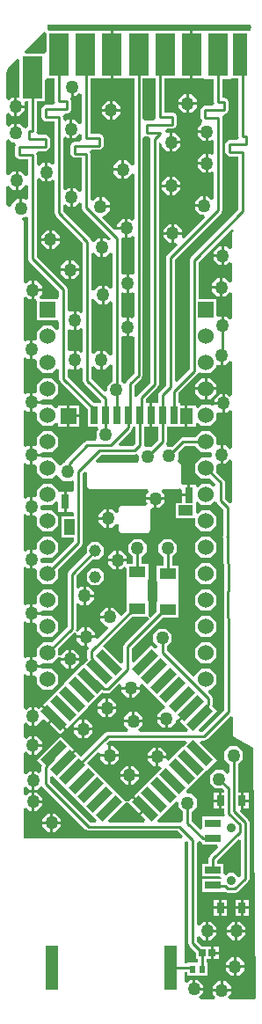
<source format=gtl>
G04*
G04 #@! TF.GenerationSoftware,Altium Limited,Altium Designer,25.2.1 (25)*
G04*
G04 Layer_Physical_Order=1*
G04 Layer_Color=255*
%FSLAX24Y24*%
%MOIN*%
G70*
G04*
G04 #@! TF.SameCoordinates,7B2066EB-CBC2-4D7E-9A59-9876444C2551*
G04*
G04*
G04 #@! TF.FilePolarity,Positive*
G04*
G01*
G75*
%ADD14C,0.0100*%
%ADD16R,0.0591X0.0276*%
%ADD17R,0.0315X0.0394*%
%ADD18R,0.0282X0.0265*%
%ADD19R,0.0201X0.0287*%
%ADD20R,0.0630X0.0400*%
%ADD21R,0.0276X0.0689*%
%ADD22R,0.0394X0.0610*%
%ADD23R,0.0571X0.0394*%
%ADD24R,0.0591X0.0591*%
%ADD25R,0.0512X0.0591*%
%ADD26R,0.0315X0.0551*%
%ADD27R,0.0315X0.0591*%
%ADD28R,0.0575X0.1614*%
%ADD29R,0.0764X0.1614*%
%ADD30R,0.0453X0.1654*%
G04:AMPARAMS|DCode=31|XSize=37mil|YSize=107mil|CornerRadius=0mil|HoleSize=0mil|Usage=FLASHONLY|Rotation=45.000|XOffset=0mil|YOffset=0mil|HoleType=Round|Shape=Rectangle|*
%AMROTATEDRECTD31*
4,1,4,0.0247,-0.0509,-0.0509,0.0247,-0.0247,0.0509,0.0509,-0.0247,0.0247,-0.0509,0.0*
%
%ADD31ROTATEDRECTD31*%

G04:AMPARAMS|DCode=32|XSize=37mil|YSize=107mil|CornerRadius=0mil|HoleSize=0mil|Usage=FLASHONLY|Rotation=135.000|XOffset=0mil|YOffset=0mil|HoleType=Round|Shape=Rectangle|*
%AMROTATEDRECTD32*
4,1,4,0.0509,0.0247,-0.0247,-0.0509,-0.0509,-0.0247,0.0247,0.0509,0.0509,0.0247,0.0*
%
%ADD32ROTATEDRECTD32*%

%ADD44C,0.0354*%
%ADD49C,0.0453*%
%ADD50C,0.0602*%
%ADD51R,0.0602X0.0602*%
%ADD52C,0.0500*%
G36*
X8726Y37187D02*
X8676Y37137D01*
Y37057D01*
X7917D01*
Y37047D01*
X7033D01*
X6937Y37057D01*
X6883Y37057D01*
X6505D01*
Y36150D01*
Y35243D01*
X6883D01*
X6979Y35233D01*
X7033Y35233D01*
X7299D01*
Y34900D01*
Y34350D01*
X7314Y34312D01*
X7247Y34212D01*
X6961D01*
X6846Y34165D01*
X6799Y34050D01*
Y33750D01*
X6846Y33635D01*
X6833Y33533D01*
X6677Y33377D01*
Y33282D01*
X7027D01*
Y33232D01*
X7077D01*
Y32882D01*
X7172D01*
X7206Y32916D01*
X7299Y32878D01*
Y32386D01*
X7206Y32347D01*
X7172Y32382D01*
X7077D01*
Y32032D01*
Y31682D01*
X7172D01*
X7206Y31716D01*
X7299Y31678D01*
Y30696D01*
X7199Y30655D01*
X7072Y30782D01*
X6977D01*
Y30432D01*
X6927D01*
Y30382D01*
X6577D01*
Y30287D01*
X6782Y30082D01*
X6921D01*
X6960Y29989D01*
X6156Y29185D01*
X6077Y29248D01*
Y29332D01*
X5777D01*
Y29032D01*
X5861D01*
X5923Y28953D01*
X5535Y28565D01*
X5488Y28450D01*
Y23617D01*
X5234Y23363D01*
X5186Y23248D01*
Y22944D01*
X4965D01*
Y22500D01*
Y22056D01*
X5186D01*
Y21546D01*
X4920Y21281D01*
X4728D01*
X4649Y21338D01*
X4645Y21376D01*
Y22056D01*
X4865D01*
Y22500D01*
Y22944D01*
X4712D01*
Y23083D01*
X5165Y23535D01*
X5212Y23650D01*
Y32795D01*
X5227Y32805D01*
X5327Y32751D01*
Y32687D01*
X5532Y32482D01*
X5627D01*
Y32832D01*
Y33182D01*
X5532D01*
X5451Y33242D01*
X5451Y33243D01*
X5517Y33338D01*
X5725D01*
X5840Y33385D01*
X5887Y33500D01*
Y33800D01*
X5840Y33915D01*
X5725Y33962D01*
X5412D01*
Y34400D01*
Y35243D01*
X5873D01*
X5931Y35243D01*
X6031Y35243D01*
X6405D01*
Y36150D01*
Y37057D01*
X6031D01*
X5973Y37057D01*
X5873Y37057D01*
X4967D01*
Y37057D01*
X4925D01*
Y37057D01*
X4019D01*
X3961Y37057D01*
X3861Y37057D01*
X3487D01*
Y36150D01*
Y35243D01*
X3861D01*
X3919Y35243D01*
X4019Y35243D01*
X4281D01*
Y31992D01*
X4181Y31964D01*
X3995Y32150D01*
X3900D01*
Y31800D01*
Y31450D01*
X3995D01*
X4181Y31636D01*
X4281Y31608D01*
Y29904D01*
X4188Y29865D01*
X4122Y29932D01*
X4027D01*
Y29582D01*
Y29232D01*
X4122D01*
X4188Y29298D01*
X4281Y29260D01*
Y27854D01*
X4188Y27815D01*
X4172Y27832D01*
X4077D01*
Y27482D01*
Y27132D01*
X4172D01*
X4188Y27148D01*
X4281Y27110D01*
Y26204D01*
X4188Y26165D01*
X4172Y26182D01*
X4077D01*
Y25832D01*
Y25482D01*
X4172D01*
X4188Y25498D01*
X4281Y25460D01*
Y24060D01*
X4022Y23802D01*
X3982Y23705D01*
X3917Y23677D01*
X3875Y23670D01*
X3778Y23766D01*
Y25454D01*
X3871Y25493D01*
X3882Y25482D01*
X3977D01*
Y25832D01*
Y26182D01*
X3882D01*
X3871Y26171D01*
X3778Y26209D01*
Y27104D01*
X3871Y27143D01*
X3882Y27132D01*
X3977D01*
Y27482D01*
Y27832D01*
X3882D01*
X3871Y27821D01*
X3778Y27859D01*
Y29154D01*
X3811Y29202D01*
X3867Y29232D01*
X3927D01*
Y29532D01*
X3597D01*
X3527Y29503D01*
X3072Y29958D01*
X3110Y30050D01*
X3145D01*
X3350Y30255D01*
Y30350D01*
X3000D01*
Y30400D01*
X2950D01*
Y30750D01*
X2855D01*
X2712Y30607D01*
X2612Y30649D01*
Y31400D01*
Y32400D01*
X2597Y32438D01*
X2664Y32538D01*
X2950D01*
X3065Y32585D01*
X3112Y32700D01*
Y33000D01*
X3065Y33115D01*
X2950Y33162D01*
X2612D01*
Y35243D01*
X2855D01*
X2913Y35243D01*
X3013Y35243D01*
X3387D01*
Y36150D01*
Y37057D01*
X3013D01*
X2955Y37057D01*
X2855Y37057D01*
X1949D01*
Y37057D01*
X1907D01*
Y37057D01*
X1038D01*
X976Y37137D01*
X976Y37143D01*
Y37287D01*
X8685D01*
X8726Y37187D01*
D02*
G37*
G36*
X943Y36962D02*
Y36273D01*
X901Y36191D01*
X161D01*
X123Y36283D01*
X843Y37004D01*
X943Y36962D01*
D02*
G37*
G36*
X5088Y34400D02*
Y33800D01*
X5103Y33762D01*
X5036Y33662D01*
X4750D01*
X4705Y33644D01*
X4605Y33711D01*
Y35243D01*
X4925D01*
Y35243D01*
X4967D01*
Y35243D01*
X5088D01*
Y34400D01*
D02*
G37*
G36*
X-63Y35967D02*
Y34538D01*
X-78Y34532D01*
X-173D01*
Y34232D01*
X127D01*
Y34327D01*
X148Y34377D01*
X257D01*
Y33950D01*
Y33426D01*
X170Y33366D01*
X75Y33379D01*
X-78Y33532D01*
X-173D01*
Y33182D01*
X-273D01*
Y33532D01*
X-368D01*
X-474Y33426D01*
X-574Y33468D01*
Y33896D01*
X-474Y33937D01*
X-368Y33832D01*
X-273D01*
Y34182D01*
Y34532D01*
X-368D01*
X-474Y34426D01*
X-574Y34468D01*
Y35437D01*
X-474Y35687D01*
X-155Y36005D01*
X-63Y35967D01*
D02*
G37*
G36*
X1977Y34582D02*
X2072D01*
X2188Y34697D01*
X2288Y34656D01*
Y33557D01*
X2188Y33516D01*
X2022Y33682D01*
X1927D01*
Y33332D01*
Y32982D01*
X2022D01*
X2188Y33147D01*
X2288Y33106D01*
Y33000D01*
X2303Y32962D01*
X2236Y32862D01*
X2020D01*
X1906Y32815D01*
X1858Y32700D01*
Y32400D01*
X1906Y32285D01*
X2020Y32238D01*
X2288D01*
Y31400D01*
Y30999D01*
X2188Y30957D01*
X2045Y31100D01*
X1950D01*
Y30750D01*
Y30400D01*
X2045D01*
X2188Y30543D01*
X2288Y30501D01*
Y30350D01*
X2335Y30235D01*
X3401Y29169D01*
X3396Y29141D01*
X3287Y29108D01*
X3195Y29200D01*
X3100D01*
Y28850D01*
Y28500D01*
X3195D01*
X3354Y28659D01*
X3454Y28617D01*
Y27333D01*
X3354Y27291D01*
X3245Y27400D01*
X3150D01*
Y27050D01*
Y26700D01*
X3245D01*
X3354Y26809D01*
X3454Y26767D01*
Y24783D01*
X3354Y24750D01*
X3172Y24932D01*
X3077D01*
Y24582D01*
Y24232D01*
X3172D01*
X3354Y24414D01*
X3454Y24381D01*
Y23799D01*
X3250Y23595D01*
Y23421D01*
X3150Y23380D01*
X2662Y23867D01*
Y24310D01*
X2762Y24351D01*
X2882Y24232D01*
X2977D01*
Y24582D01*
Y24932D01*
X2882D01*
X2762Y24812D01*
X2662Y24853D01*
Y26875D01*
X2762Y26893D01*
X2955Y26700D01*
X3050D01*
Y27050D01*
Y27400D01*
X2955D01*
X2762Y27207D01*
X2662Y27225D01*
Y28601D01*
X2762Y28643D01*
X2905Y28500D01*
X3000D01*
Y28850D01*
Y29200D01*
X2905D01*
X2762Y29057D01*
X2732Y29058D01*
X2651Y29087D01*
X2615Y29174D01*
X1587Y30201D01*
Y30437D01*
X1680Y30475D01*
X1755Y30400D01*
X1850D01*
Y30750D01*
Y31100D01*
X1755D01*
X1680Y31025D01*
X1587Y31063D01*
Y32996D01*
X1680Y33034D01*
X1732Y32982D01*
X1827D01*
Y33332D01*
Y33682D01*
X1732D01*
X1680Y33629D01*
X1587Y33668D01*
Y33775D01*
X1572Y33813D01*
X1639Y33913D01*
X1736D01*
X1851Y33960D01*
X1898Y34075D01*
Y34375D01*
X1854Y34482D01*
X1877Y34546D01*
Y34932D01*
X1977D01*
Y34582D01*
D02*
G37*
G36*
X1263Y35050D02*
Y34375D01*
X1278Y34337D01*
X1211Y34237D01*
X925D01*
X810Y34190D01*
X763Y34075D01*
Y33775D01*
X810Y33660D01*
X925Y33613D01*
X1263D01*
Y32013D01*
X1170Y31975D01*
X1095Y32050D01*
X1000D01*
Y31700D01*
Y31350D01*
X1095D01*
X1170Y31425D01*
X1263Y31387D01*
Y30134D01*
X1310Y30019D01*
X2338Y28992D01*
Y26397D01*
X2245Y26358D01*
X2172Y26432D01*
X2077D01*
Y26082D01*
Y25732D01*
X2172D01*
X2245Y25805D01*
X2338Y25767D01*
Y24897D01*
X2245Y24858D01*
X2172Y24932D01*
X2077D01*
Y24582D01*
Y24232D01*
X2172D01*
X2245Y24305D01*
X2338Y24267D01*
Y23800D01*
X2385Y23685D01*
X3021Y23050D01*
Y22944D01*
X2742D01*
X1762Y23924D01*
Y24221D01*
X1855Y24259D01*
X1882Y24232D01*
X1977D01*
Y24582D01*
Y24932D01*
X1882D01*
X1855Y24904D01*
X1762Y24943D01*
Y25721D01*
X1855Y25759D01*
X1882Y25732D01*
X1977D01*
Y26082D01*
Y26432D01*
X1882D01*
X1855Y26404D01*
X1762Y26443D01*
Y27250D01*
X1715Y27365D01*
X581Y28498D01*
Y31432D01*
X681Y31474D01*
X805Y31350D01*
X900D01*
Y31700D01*
Y32050D01*
X805D01*
X681Y31926D01*
X581Y31968D01*
Y32350D01*
X566Y32388D01*
X633Y32488D01*
X919D01*
X1034Y32535D01*
X1081Y32650D01*
Y32950D01*
X1034Y33065D01*
X919Y33112D01*
X633D01*
X566Y33212D01*
X581Y33250D01*
Y33950D01*
Y34377D01*
X901D01*
Y35160D01*
X943Y35243D01*
X1263D01*
Y35050D01*
D02*
G37*
G36*
X-368Y32832D02*
X-260D01*
X-210Y32732D01*
X-243Y32650D01*
Y32350D01*
X-196Y32235D01*
X-81Y32188D01*
X257D01*
Y31576D01*
X157Y31547D01*
X-28Y31732D01*
X-123D01*
Y31382D01*
Y31032D01*
X-28D01*
X157Y31216D01*
X257Y31188D01*
Y30678D01*
X164Y30639D01*
X122Y30682D01*
X27D01*
Y30332D01*
X-73D01*
Y30682D01*
X-168D01*
X-373Y30477D01*
Y30417D01*
X-465Y30379D01*
X-574Y30487D01*
Y31146D01*
X-474Y31187D01*
X-318Y31032D01*
X-223D01*
Y31382D01*
Y31732D01*
X-318D01*
X-474Y31576D01*
X-574Y31618D01*
Y32896D01*
X-474Y32937D01*
X-368Y32832D01*
D02*
G37*
G36*
X8063Y29498D02*
X7976Y29387D01*
X7978Y28817D01*
X7878Y28776D01*
X7772Y28882D01*
X7677D01*
Y28532D01*
Y28182D01*
X7772D01*
X7879Y28289D01*
X7979Y28248D01*
X7981Y27564D01*
X7881Y27522D01*
X7722Y27682D01*
X7627D01*
Y27332D01*
Y26982D01*
X7722D01*
X7882Y27142D01*
X7982Y27101D01*
X7985Y26160D01*
X7885Y26119D01*
X7772Y26232D01*
X7677D01*
Y25882D01*
X7577D01*
Y26232D01*
X7482D01*
X7401Y26265D01*
Y26885D01*
X6711D01*
Y28288D01*
X7988Y29564D01*
X8063Y29498D01*
D02*
G37*
G36*
X257Y29986D02*
Y28431D01*
X304Y28316D01*
X1438Y27183D01*
Y26970D01*
X1401Y26885D01*
X1338Y26885D01*
X717D01*
X675Y26985D01*
X777Y27087D01*
Y27182D01*
X477D01*
Y26882D01*
X499D01*
X572Y26882D01*
X599Y26793D01*
Y26083D01*
X1338D01*
X1401Y26083D01*
X1438Y25998D01*
Y25755D01*
X1338Y25714D01*
X1166Y25885D01*
X834D01*
X599Y25650D01*
Y25396D01*
X522Y25332D01*
X499Y25332D01*
X427D01*
Y24982D01*
Y24632D01*
X499D01*
X522Y24632D01*
X599Y24567D01*
Y24318D01*
X834Y24083D01*
X1166D01*
X1338Y24254D01*
X1438Y24213D01*
Y23857D01*
X1485Y23742D01*
X2512Y22715D01*
Y22056D01*
X2880D01*
X2918Y21963D01*
X2850Y21895D01*
Y21605D01*
X2850Y21605D01*
X2812Y21512D01*
X2500D01*
X2385Y21465D01*
X1693Y20773D01*
X1663Y20700D01*
X1605D01*
X1494Y20589D01*
X1401Y20627D01*
Y20650D01*
X1166Y20885D01*
X834D01*
X827Y20878D01*
X727Y20920D01*
Y20932D01*
X427D01*
Y20632D01*
X522D01*
X599Y20567D01*
Y20318D01*
X834Y20083D01*
X1166D01*
X1308Y20225D01*
X1405Y20200D01*
X1605Y20000D01*
X1895D01*
X1907Y20012D01*
X1999Y19974D01*
Y19616D01*
X1915Y19578D01*
X1899Y19578D01*
X1707D01*
Y19203D01*
Y18827D01*
X1899D01*
X1915Y18827D01*
X1999Y18790D01*
Y18653D01*
X1518D01*
Y17843D01*
X1999D01*
Y17713D01*
X1169Y16882D01*
X1166Y16885D01*
X834D01*
X821Y16872D01*
X727Y16920D01*
Y17048D01*
X827Y17090D01*
X834Y17083D01*
X1166D01*
X1401Y17318D01*
Y17650D01*
X1166Y17885D01*
X834D01*
X599Y17650D01*
Y17446D01*
X522Y17382D01*
X499Y17382D01*
X427D01*
Y17032D01*
Y16682D01*
X512D01*
X530Y16675D01*
X599Y16617D01*
Y16318D01*
X834Y16083D01*
X1166D01*
X1401Y16318D01*
Y16650D01*
X1398Y16653D01*
X2277Y17531D01*
X2324Y17646D01*
Y20295D01*
X2392Y20363D01*
X2484Y20324D01*
Y19793D01*
X2516Y19717D01*
X2593Y19685D01*
X4794D01*
X4835Y19585D01*
X4727Y19477D01*
Y19382D01*
X5427D01*
Y19477D01*
X5319Y19585D01*
X5360Y19685D01*
X5939D01*
X5995Y19708D01*
X6095Y19665D01*
Y19509D01*
X6302D01*
Y19854D01*
X6117D01*
X6095Y19854D01*
X6047Y19934D01*
Y20581D01*
X6016Y20657D01*
X5965Y20678D01*
X5926Y20781D01*
X5950Y20805D01*
Y21070D01*
X6201Y21321D01*
X6599D01*
Y21318D01*
X6834Y21083D01*
X7150D01*
X7166Y21083D01*
X7237Y21034D01*
Y20933D01*
X7166Y20885D01*
X7150Y20885D01*
X6834D01*
X6599Y20650D01*
Y20318D01*
X6834Y20083D01*
X7166D01*
X7169Y20085D01*
X7368Y19887D01*
X7361Y19832D01*
X7255Y19796D01*
X7166Y19885D01*
X6834D01*
X6702Y19753D01*
X6610Y19792D01*
Y19854D01*
X6402D01*
Y19459D01*
X6352D01*
Y19409D01*
X6095D01*
Y19165D01*
X5839D01*
Y18571D01*
X6585D01*
X6585Y18571D01*
X6599Y18479D01*
Y18318D01*
X6834Y18083D01*
X7166D01*
X7401Y18318D01*
Y18650D01*
X7166Y18885D01*
X6834D01*
X6702Y18753D01*
X6610Y18792D01*
Y19176D01*
X6702Y19214D01*
X6834Y19083D01*
X7166D01*
X7298Y19214D01*
X7416Y19191D01*
X7435Y19143D01*
X7651Y18928D01*
Y17933D01*
X7638Y17900D01*
X7663Y17840D01*
Y16875D01*
X7688Y16815D01*
Y15848D01*
X7676Y15820D01*
Y14812D01*
X7688Y14784D01*
Y11317D01*
X6860Y10490D01*
X6762D01*
X6723Y10582D01*
X7420Y11279D01*
X7220Y11479D01*
X7243Y11533D01*
Y11765D01*
X7195Y11880D01*
X7085Y11990D01*
X7123Y12083D01*
X7166D01*
X7401Y12318D01*
Y12650D01*
X7166Y12885D01*
X6834D01*
X6599Y12650D01*
Y12607D01*
X6506Y12569D01*
X5512Y13563D01*
Y13717D01*
X5700Y13905D01*
Y14195D01*
X5495Y14400D01*
X5205D01*
X5000Y14195D01*
Y13905D01*
X5171Y13734D01*
X5164Y13676D01*
X5060Y13639D01*
X4929Y13770D01*
X4277Y13118D01*
X4185Y13156D01*
Y13640D01*
X5365Y14820D01*
X5965D01*
Y15420D01*
X5953D01*
Y16200D01*
X5965D01*
Y16800D01*
X5712D01*
Y17117D01*
X5900Y17305D01*
Y17595D01*
X5695Y17800D01*
X5405D01*
X5200Y17595D01*
Y17305D01*
X5388Y17117D01*
Y16800D01*
X5135D01*
Y16200D01*
X5147D01*
Y15420D01*
X5135D01*
Y15050D01*
X4894Y14808D01*
X4815Y14871D01*
Y15460D01*
X4803D01*
Y16240D01*
X4815D01*
Y16840D01*
X4562D01*
Y17117D01*
X4750Y17305D01*
Y17595D01*
X4545Y17800D01*
X4255D01*
X4050Y17595D01*
Y17305D01*
X4238Y17117D01*
Y16840D01*
X4094D01*
X4000Y16855D01*
X4000Y16921D01*
Y16950D01*
X3700D01*
Y16650D01*
X3795D01*
X3885Y16740D01*
X3985Y16699D01*
Y16240D01*
X3997D01*
Y15460D01*
X3985D01*
Y15090D01*
X3792Y14897D01*
X3700Y14935D01*
Y14995D01*
X3495Y15200D01*
X3400D01*
Y14850D01*
X3350D01*
Y14800D01*
X3000D01*
Y14705D01*
X3205Y14500D01*
X3265D01*
X3303Y14408D01*
X2900Y14005D01*
X2800Y14046D01*
Y14050D01*
X2500D01*
Y13750D01*
X2504D01*
X2545Y13650D01*
X2545Y13649D01*
X2497Y13534D01*
Y13273D01*
X2520Y13219D01*
X2320Y13019D01*
X2320Y13019D01*
X1972Y12671D01*
X1624Y12323D01*
X1276Y11975D01*
X928Y11627D01*
X817Y11516D01*
X1266Y11067D01*
X1715Y10618D01*
X1826Y10729D01*
X2174Y11077D01*
X2522Y11425D01*
X2870Y11773D01*
X3070Y11973D01*
X3125Y11950D01*
X3280D01*
X3395Y11997D01*
X3705Y12308D01*
X3800Y12261D01*
Y12200D01*
X4500D01*
Y12261D01*
X4595Y12308D01*
X4727Y12176D01*
X5075Y11828D01*
X5453Y11450D01*
X5417Y11350D01*
X5355D01*
X5150Y11145D01*
Y11050D01*
X5500D01*
Y11000D01*
X5550D01*
Y10650D01*
X5645D01*
X5850Y10855D01*
Y10922D01*
X5924Y10953D01*
X6386Y11415D01*
X6457Y11344D01*
X6008Y10895D01*
X6119Y10784D01*
X6320Y10582D01*
X6282Y10490D01*
X4476D01*
X4435Y10590D01*
X4600Y10755D01*
Y10850D01*
X3900D01*
Y10755D01*
X4065Y10590D01*
X4024Y10490D01*
X3282D01*
X3167Y10443D01*
X2261Y9536D01*
X2174Y9623D01*
X2174Y9623D01*
X2063Y9734D01*
X1614Y9285D01*
X1543Y9356D01*
X1992Y9805D01*
X1881Y9916D01*
X1505Y10292D01*
X1488Y10350D01*
X1505Y10408D01*
X1644Y10547D01*
X1231Y10961D01*
X1065Y10795D01*
X1451Y10408D01*
X1469Y10350D01*
X1451Y10292D01*
X580Y9421D01*
X780Y9221D01*
X757Y9167D01*
Y8968D01*
X665Y8930D01*
X595Y9000D01*
X500D01*
Y8650D01*
Y8300D01*
X595D01*
X726Y8431D01*
X805Y8416D01*
X2435Y6785D01*
X2550Y6738D01*
X5933D01*
X6120Y6550D01*
X6079Y6450D01*
X76D01*
Y7587D01*
X176Y7629D01*
X305Y7500D01*
X400D01*
Y7850D01*
Y8200D01*
X305D01*
X176Y8071D01*
X76Y8113D01*
Y8387D01*
X176Y8429D01*
X305Y8300D01*
X400D01*
Y8650D01*
Y9000D01*
X305D01*
X176Y8871D01*
X76Y8913D01*
Y9696D01*
X176Y9737D01*
X282Y9632D01*
X377D01*
Y9982D01*
Y10332D01*
X282D01*
X176Y10226D01*
X76Y10268D01*
Y10796D01*
X176Y10837D01*
X282Y10732D01*
X377D01*
Y11082D01*
Y11432D01*
X282D01*
X176Y11326D01*
X76Y11368D01*
Y12657D01*
X169Y12695D01*
X232Y12632D01*
X327D01*
Y12982D01*
Y13332D01*
X232D01*
X169Y13268D01*
X76Y13307D01*
Y14657D01*
X169Y14695D01*
X232Y14632D01*
X327D01*
Y14982D01*
Y15332D01*
X232D01*
X169Y15268D01*
X76Y15307D01*
Y16707D01*
X169Y16745D01*
X232Y16682D01*
X327D01*
Y17032D01*
Y17382D01*
X232D01*
X169Y17318D01*
X76Y17357D01*
Y18707D01*
X169Y18745D01*
X232Y18682D01*
X327D01*
Y19032D01*
Y19382D01*
X232D01*
X169Y19318D01*
X76Y19357D01*
Y20657D01*
X169Y20695D01*
X232Y20632D01*
X327D01*
Y20982D01*
Y21332D01*
X232D01*
X169Y21268D01*
X76Y21307D01*
Y22657D01*
X169Y22695D01*
X232Y22632D01*
X327D01*
Y22982D01*
Y23332D01*
X232D01*
X169Y23268D01*
X76Y23307D01*
Y24657D01*
X169Y24695D01*
X232Y24632D01*
X327D01*
Y24982D01*
Y25332D01*
X232D01*
X169Y25268D01*
X76Y25307D01*
Y26946D01*
X176Y26987D01*
X282Y26882D01*
X377D01*
Y27232D01*
Y27582D01*
X282D01*
X176Y27476D01*
X76Y27518D01*
Y29837D01*
X24Y29889D01*
X63Y29982D01*
X122D01*
X164Y30024D01*
X257Y29986D01*
D02*
G37*
G36*
X7650Y24400D02*
X7745D01*
X7889Y24544D01*
X7989Y24502D01*
X7992Y23234D01*
X7900Y23195D01*
X7805Y23290D01*
X7710D01*
Y22940D01*
Y22590D01*
X7805D01*
X7901Y22686D01*
X7993Y22648D01*
X7997Y21239D01*
X7897Y21198D01*
X7745Y21350D01*
X7650D01*
Y21000D01*
Y20650D01*
X7745D01*
X7898Y20803D01*
X7998Y20762D01*
X8002Y19172D01*
X7902Y19135D01*
X7712Y19325D01*
Y19934D01*
X7665Y20049D01*
X7398Y20315D01*
X7401Y20318D01*
Y20572D01*
X7455Y20650D01*
X7501Y20650D01*
X7550D01*
Y21000D01*
Y21350D01*
X7501D01*
X7455Y21350D01*
X7401Y21428D01*
Y21650D01*
X7166Y21885D01*
X6834D01*
X6599Y21650D01*
Y21646D01*
X6134D01*
X6019Y21599D01*
X5720Y21300D01*
X5537D01*
X5524Y21311D01*
X5478Y21400D01*
X5511Y21479D01*
Y22056D01*
X6019D01*
Y22056D01*
X6204D01*
Y22451D01*
Y22846D01*
X6019D01*
Y22944D01*
X5944D01*
Y23331D01*
X6664Y24051D01*
X6681Y24094D01*
X6799Y24117D01*
X6834Y24083D01*
X7166D01*
X7401Y24318D01*
Y24378D01*
X7455Y24400D01*
X7550D01*
Y24750D01*
X7650D01*
Y24400D01*
D02*
G37*
G36*
X8238Y35200D02*
Y33050D01*
X8253Y33012D01*
X8186Y32912D01*
X7900D01*
X7785Y32865D01*
X7738Y32750D01*
Y32450D01*
X7785Y32335D01*
X7900Y32288D01*
X8238D01*
Y30274D01*
X6434Y28470D01*
X6386Y28355D01*
Y24233D01*
X5905Y23752D01*
X5812Y23790D01*
Y28383D01*
X7576Y30146D01*
X7623Y30261D01*
Y33700D01*
Y33750D01*
X7608Y33788D01*
X7675Y33888D01*
X7703D01*
X7818Y33935D01*
X7866Y34050D01*
Y34350D01*
X7818Y34465D01*
X7703Y34512D01*
X7623D01*
Y34900D01*
Y35233D01*
X7943D01*
Y35243D01*
X8238D01*
Y35200D01*
D02*
G37*
G36*
X4750Y33038D02*
X4826D01*
X4888Y32950D01*
Y23717D01*
X4435Y23265D01*
X4399Y23178D01*
X4299Y23198D01*
Y23620D01*
X4558Y23878D01*
X4605Y23993D01*
Y32989D01*
X4705Y33056D01*
X4750Y33038D01*
D02*
G37*
G36*
X4320Y21408D02*
X4224Y21312D01*
X3716D01*
X3678Y21405D01*
X4164Y21891D01*
X4212Y22006D01*
Y22056D01*
X4320D01*
Y21408D01*
D02*
G37*
G36*
X4450Y20948D02*
Y20786D01*
X4454Y20781D01*
X4416Y20689D01*
X2849D01*
X2811Y20781D01*
X3017Y20988D01*
X4291D01*
X4350Y21012D01*
X4450Y20948D01*
D02*
G37*
G36*
X4867Y14781D02*
X3907Y13822D01*
X3860Y13707D01*
Y13112D01*
X3768Y13073D01*
X3098Y13743D01*
X4215Y14860D01*
X4804D01*
X4867Y14781D01*
D02*
G37*
G36*
X6276Y10073D02*
X6119Y9916D01*
X5771Y9568D01*
X5595Y9392D01*
X5500Y9439D01*
Y9500D01*
X5200D01*
Y9200D01*
X5261D01*
X5308Y9105D01*
X5075Y8872D01*
X4727Y8524D01*
X4727Y8524D01*
X4434Y8231D01*
X4268Y8065D01*
X4717Y7616D01*
X4681Y7581D01*
X4717Y7545D01*
X4515Y7344D01*
X4704Y7155D01*
X4666Y7062D01*
X3334D01*
X3296Y7155D01*
X3942Y7801D01*
X4000Y7819D01*
X4058Y7801D01*
X4444Y7415D01*
X4611Y7581D01*
X4197Y7994D01*
X4058Y7855D01*
X4000Y7838D01*
X3942Y7855D01*
X3566Y8231D01*
X3218Y8579D01*
X2870Y8927D01*
X2490Y9307D01*
X2900Y9716D01*
X3000Y9675D01*
Y9650D01*
X3300D01*
Y9950D01*
X3275D01*
X3234Y10050D01*
X3349Y10165D01*
X6237D01*
X6276Y10073D01*
D02*
G37*
G36*
X1331Y8670D02*
X1331Y8670D01*
X1624Y8377D01*
X1972Y8029D01*
X2320Y7681D01*
X2668Y7333D01*
X2847Y7155D01*
X2808Y7062D01*
X2617D01*
X1082Y8598D01*
Y8789D01*
X1174Y8827D01*
X1331Y8670D01*
D02*
G37*
G36*
X5950Y7810D02*
Y7655D01*
X6138Y7467D01*
Y7114D01*
X6038Y7047D01*
X6000Y7062D01*
X5192D01*
X5153Y7155D01*
X5277Y7278D01*
X5680Y7681D01*
X5680Y7681D01*
X5850Y7851D01*
X5950Y7810D01*
D02*
G37*
G36*
X8320Y6376D02*
Y5010D01*
X8223Y4990D01*
X8070Y5143D01*
X7840D01*
X7761Y5064D01*
X7661Y5105D01*
Y5497D01*
X7428D01*
Y5615D01*
X8227Y6414D01*
X8320Y6376D01*
D02*
G37*
G36*
X8023Y11052D02*
X8025Y10332D01*
X8776Y9886D01*
X8899Y413D01*
X8829Y341D01*
X7878D01*
X7836Y441D01*
X7950Y555D01*
Y650D01*
X7250D01*
Y555D01*
X7364Y441D01*
X7322Y341D01*
X6778D01*
X6736Y441D01*
X6900Y605D01*
Y700D01*
X6550D01*
Y750D01*
X6500D01*
Y1100D01*
X6405D01*
X6285Y980D01*
X6185Y1021D01*
Y1388D01*
X6300D01*
Y1256D01*
X7063D01*
Y1744D01*
X7023D01*
Y1881D01*
X7187D01*
Y2113D01*
Y2345D01*
X6857D01*
X6662Y2540D01*
Y2701D01*
X6762Y2743D01*
X6905Y2600D01*
X7000D01*
Y2950D01*
Y3300D01*
X6905D01*
X6762Y3157D01*
X6662Y3199D01*
Y6295D01*
X6762Y6336D01*
X6764Y6334D01*
X6870Y6290D01*
Y6203D01*
X7426D01*
X7464Y6110D01*
X7151Y5797D01*
X7103Y5683D01*
Y5497D01*
X6870D01*
Y5022D01*
X7526D01*
X7606Y4926D01*
X7603Y4916D01*
X7595Y4907D01*
X6870D01*
Y4431D01*
X7661D01*
X7661Y4431D01*
X7750Y4405D01*
X7819Y4376D01*
X8090D01*
X8205Y4424D01*
X8597Y4815D01*
X8644Y4930D01*
Y7053D01*
X8597Y7167D01*
X8283Y7481D01*
X8318Y7565D01*
Y7878D01*
Y8174D01*
X8223D01*
Y9278D01*
X8400Y9455D01*
Y9745D01*
X8195Y9950D01*
X7905D01*
X7700Y9745D01*
Y9455D01*
X7898Y9257D01*
Y8938D01*
X7798Y8897D01*
X7645Y9050D01*
X7355D01*
X7150Y8845D01*
Y8555D01*
X7355Y8350D01*
X7620D01*
X7696Y8274D01*
X7693Y8174D01*
X7591D01*
Y7878D01*
Y7581D01*
X7698D01*
Y7391D01*
X7717Y7346D01*
X7641Y7269D01*
X6870D01*
Y6829D01*
X6775Y6783D01*
X6462Y7096D01*
Y7467D01*
X6650Y7655D01*
Y7945D01*
X6445Y8150D01*
X6290D01*
X6249Y8250D01*
X6669Y8670D01*
X7017Y9018D01*
X7420Y9421D01*
X6768Y10073D01*
X6806Y10165D01*
X6928D01*
X7043Y10213D01*
X7923Y11093D01*
X8023Y11052D01*
D02*
G37*
G36*
X6338Y6307D02*
Y2473D01*
X6385Y2358D01*
X6619Y2124D01*
Y1881D01*
X6699D01*
Y1744D01*
X6300D01*
Y1712D01*
X6185D01*
Y6307D01*
X6282Y6351D01*
X6338Y6307D01*
D02*
G37*
%LPC*%
G36*
X6445Y34650D02*
X6350D01*
Y34350D01*
X6650D01*
Y34445D01*
X6445Y34650D01*
D02*
G37*
G36*
X6250D02*
X6155D01*
X5950Y34445D01*
Y34350D01*
X6250D01*
Y34650D01*
D02*
G37*
G36*
X3545Y34400D02*
X3450D01*
Y34100D01*
X3750D01*
Y34195D01*
X3545Y34400D01*
D02*
G37*
G36*
X3350D02*
X3255D01*
X3050Y34195D01*
Y34100D01*
X3350D01*
Y34400D01*
D02*
G37*
G36*
X6650Y34250D02*
X6350D01*
Y33950D01*
X6445D01*
X6650Y34155D01*
Y34250D01*
D02*
G37*
G36*
X6250D02*
X5950D01*
Y34155D01*
X6155Y33950D01*
X6250D01*
Y34250D01*
D02*
G37*
G36*
X3750Y34000D02*
X3450D01*
Y33700D01*
X3545D01*
X3750Y33905D01*
Y34000D01*
D02*
G37*
G36*
X3350D02*
X3050D01*
Y33905D01*
X3255Y33700D01*
X3350D01*
Y34000D01*
D02*
G37*
G36*
X6977Y33182D02*
X6677D01*
Y33087D01*
X6882Y32882D01*
X6977D01*
Y33182D01*
D02*
G37*
G36*
X5727D02*
Y32882D01*
X6027D01*
Y32977D01*
X5822Y33182D01*
X5727D01*
D02*
G37*
G36*
X6027Y32782D02*
X5727D01*
Y32482D01*
X5822D01*
X6027Y32687D01*
Y32782D01*
D02*
G37*
G36*
X6977Y32382D02*
X6882D01*
X6677Y32177D01*
Y32082D01*
X6977D01*
Y32382D01*
D02*
G37*
G36*
X3800Y32150D02*
X3705D01*
X3500Y31945D01*
Y31850D01*
X3800D01*
Y32150D01*
D02*
G37*
G36*
X6977Y31982D02*
X6677D01*
Y31887D01*
X6882Y31682D01*
X6977D01*
Y31982D01*
D02*
G37*
G36*
X3800Y31750D02*
X3500D01*
Y31655D01*
X3705Y31450D01*
X3800D01*
Y31750D01*
D02*
G37*
G36*
X5822Y31532D02*
X5727D01*
Y31232D01*
X6027D01*
Y31327D01*
X5822Y31532D01*
D02*
G37*
G36*
X5627D02*
X5532D01*
X5327Y31327D01*
Y31232D01*
X5627D01*
Y31532D01*
D02*
G37*
G36*
X6027Y31132D02*
X5727D01*
Y30832D01*
X5822D01*
X6027Y31037D01*
Y31132D01*
D02*
G37*
G36*
X5627D02*
X5327D01*
Y31037D01*
X5532Y30832D01*
X5627D01*
Y31132D01*
D02*
G37*
G36*
X6877Y30782D02*
X6782D01*
X6577Y30577D01*
Y30482D01*
X6877D01*
Y30782D01*
D02*
G37*
G36*
X3145Y30750D02*
X3050D01*
Y30450D01*
X3350D01*
Y30545D01*
X3145Y30750D01*
D02*
G37*
G36*
X3927Y29932D02*
X3832D01*
X3627Y29727D01*
Y29632D01*
X3927D01*
Y29932D01*
D02*
G37*
G36*
X5872Y29732D02*
X5777D01*
Y29432D01*
X6077D01*
Y29527D01*
X5872Y29732D01*
D02*
G37*
G36*
X5677D02*
X5582D01*
X5377Y29527D01*
Y29432D01*
X5677D01*
Y29732D01*
D02*
G37*
G36*
Y29332D02*
X5377D01*
Y29237D01*
X5582Y29032D01*
X5677D01*
Y29332D01*
D02*
G37*
G36*
X127Y34132D02*
X-173D01*
Y33832D01*
X-78D01*
X127Y34037D01*
Y34132D01*
D02*
G37*
G36*
X1245Y29500D02*
X1150D01*
Y29200D01*
X1450D01*
Y29295D01*
X1245Y29500D01*
D02*
G37*
G36*
X1050D02*
X955D01*
X750Y29295D01*
Y29200D01*
X1050D01*
Y29500D01*
D02*
G37*
G36*
X1450Y29100D02*
X1150D01*
Y28800D01*
X1245D01*
X1450Y29005D01*
Y29100D01*
D02*
G37*
G36*
X1050D02*
X750D01*
Y29005D01*
X955Y28800D01*
X1050D01*
Y29100D01*
D02*
G37*
G36*
X1995Y28350D02*
X1900D01*
Y28050D01*
X2200D01*
Y28145D01*
X1995Y28350D01*
D02*
G37*
G36*
X1800D02*
X1705D01*
X1500Y28145D01*
Y28050D01*
X1800D01*
Y28350D01*
D02*
G37*
G36*
X2200Y27950D02*
X1900D01*
Y27650D01*
X1995D01*
X2200Y27855D01*
Y27950D01*
D02*
G37*
G36*
X1800D02*
X1500D01*
Y27855D01*
X1705Y27650D01*
X1800D01*
Y27950D01*
D02*
G37*
G36*
X7577Y28882D02*
X7482D01*
X7277Y28677D01*
Y28582D01*
X7577D01*
Y28882D01*
D02*
G37*
G36*
Y28482D02*
X7277D01*
Y28387D01*
X7482Y28182D01*
X7577D01*
Y28482D01*
D02*
G37*
G36*
X7527Y27682D02*
X7432D01*
X7227Y27477D01*
Y27382D01*
X7527D01*
Y27682D01*
D02*
G37*
G36*
Y27282D02*
X7227D01*
Y27187D01*
X7432Y26982D01*
X7527D01*
Y27282D01*
D02*
G37*
G36*
X572Y27582D02*
X477D01*
Y27282D01*
X777D01*
Y27377D01*
X572Y27582D01*
D02*
G37*
G36*
X1166Y23885D02*
X834D01*
X599Y23650D01*
Y23396D01*
X522Y23332D01*
X499Y23332D01*
X427D01*
Y23032D01*
X727D01*
Y23048D01*
X827Y23090D01*
X834Y23083D01*
X1166D01*
X1401Y23318D01*
Y23650D01*
X1166Y23885D01*
D02*
G37*
G36*
X2181Y22846D02*
X1835D01*
Y22501D01*
X2181D01*
Y22846D01*
D02*
G37*
G36*
Y22401D02*
X1835D01*
Y22056D01*
X2181D01*
Y22401D01*
D02*
G37*
G36*
X727Y22932D02*
X427D01*
Y22632D01*
X499D01*
X522Y22632D01*
X599Y22567D01*
Y22318D01*
X834Y22083D01*
X1166D01*
X1298Y22214D01*
X1390Y22176D01*
Y22056D01*
X1735D01*
Y22451D01*
Y22846D01*
X1390D01*
Y22792D01*
X1298Y22753D01*
X1166Y22885D01*
X834D01*
X827Y22878D01*
X727Y22920D01*
Y22932D01*
D02*
G37*
G36*
X1166Y21885D02*
X834D01*
X599Y21650D01*
Y21396D01*
X522Y21332D01*
X499Y21332D01*
X427D01*
Y21032D01*
X727D01*
Y21048D01*
X827Y21090D01*
X834Y21083D01*
X1166D01*
X1401Y21318D01*
Y21650D01*
X1166Y21885D01*
D02*
G37*
G36*
X5427Y19282D02*
X5127D01*
Y18982D01*
X5222D01*
X5427Y19187D01*
Y19282D01*
D02*
G37*
G36*
X1166Y19885D02*
X834D01*
X599Y19650D01*
Y19446D01*
X522Y19382D01*
X499Y19382D01*
X427D01*
Y19032D01*
Y18682D01*
X512D01*
X530Y18675D01*
X599Y18617D01*
Y18318D01*
X834Y18083D01*
X1166D01*
X1401Y18318D01*
Y18650D01*
X1166Y18885D01*
X834D01*
X821Y18872D01*
X727Y18920D01*
Y19048D01*
X827Y19090D01*
X834Y19083D01*
X1166D01*
X1308Y19224D01*
X1400Y19186D01*
Y18827D01*
X1607D01*
Y19203D01*
Y19578D01*
X1401D01*
Y19650D01*
X1166Y19885D01*
D02*
G37*
G36*
X5027Y19282D02*
X4727D01*
Y19187D01*
X4779Y19135D01*
X4737Y19035D01*
X3793D01*
X3717Y19004D01*
X3685Y18927D01*
Y18810D01*
X3585Y18769D01*
X3422Y18932D01*
X3327D01*
Y18582D01*
Y18232D01*
X3422D01*
X3585Y18395D01*
X3685Y18353D01*
Y18140D01*
X3717Y18063D01*
X3793Y18032D01*
X4778D01*
X4854Y18063D01*
X4886Y18140D01*
Y18901D01*
X4909Y18942D01*
X4971Y18982D01*
X5027D01*
Y19282D01*
D02*
G37*
G36*
X3227Y18932D02*
X3132D01*
X2927Y18727D01*
Y18632D01*
X3227D01*
Y18932D01*
D02*
G37*
G36*
Y18532D02*
X2927D01*
Y18437D01*
X3132Y18232D01*
X3227D01*
Y18532D01*
D02*
G37*
G36*
X7166Y17885D02*
X6834D01*
X6599Y17650D01*
Y17318D01*
X6834Y17083D01*
X7166D01*
X7401Y17318D01*
Y17650D01*
X7166Y17885D01*
D02*
G37*
G36*
X3795Y17350D02*
X3700D01*
Y17050D01*
X4000D01*
Y17145D01*
X3795Y17350D01*
D02*
G37*
G36*
X3600D02*
X3505D01*
X3300Y17145D01*
Y17050D01*
X3600D01*
Y17350D01*
D02*
G37*
G36*
Y16950D02*
X3300D01*
Y16855D01*
X3505Y16650D01*
X3600D01*
Y16950D01*
D02*
G37*
G36*
X7166Y16885D02*
X6834D01*
X6599Y16650D01*
Y16318D01*
X6834Y16083D01*
X7166D01*
X7401Y16318D01*
Y16650D01*
X7166Y16885D01*
D02*
G37*
G36*
X2935Y16692D02*
X2665D01*
X2474Y16501D01*
Y16231D01*
X2665Y16039D01*
X2935D01*
X3126Y16231D01*
Y16501D01*
X2935Y16692D01*
D02*
G37*
G36*
X2545Y16000D02*
X2450D01*
Y15700D01*
X2750D01*
Y15795D01*
X2545Y16000D01*
D02*
G37*
G36*
X2750Y15600D02*
X2450D01*
Y15300D01*
X2545D01*
X2750Y15505D01*
Y15600D01*
D02*
G37*
G36*
X2935Y17676D02*
X2665D01*
X2474Y17485D01*
Y17253D01*
X1800Y16579D01*
X1752Y16464D01*
Y14465D01*
X1169Y13882D01*
X1166Y13885D01*
X834D01*
X599Y13650D01*
Y13396D01*
X522Y13332D01*
X499Y13332D01*
X427D01*
Y13032D01*
X727D01*
Y13048D01*
X827Y13090D01*
X834Y13083D01*
X1166D01*
X1387Y13303D01*
X1400Y13317D01*
X1500Y13315D01*
X1500Y13300D01*
X1800D01*
Y13600D01*
X1705D01*
X1514Y13409D01*
X1501Y13396D01*
X1401Y13398D01*
X1401Y13416D01*
Y13650D01*
X1398Y13653D01*
X2007Y14261D01*
X2100Y14213D01*
Y14150D01*
X2400D01*
Y14450D01*
X2305D01*
X2137Y14282D01*
X2052Y14338D01*
X2077Y14398D01*
Y15348D01*
X2169Y15386D01*
X2255Y15300D01*
X2350D01*
Y15650D01*
Y16000D01*
X2255D01*
X2169Y15914D01*
X2077Y15952D01*
Y16397D01*
X2703Y17024D01*
X2935D01*
X3126Y17215D01*
Y17485D01*
X2935Y17676D01*
D02*
G37*
G36*
X7166Y15885D02*
X6834D01*
X6599Y15650D01*
Y15318D01*
X6834Y15083D01*
X7166D01*
X7401Y15318D01*
Y15650D01*
X7166Y15885D01*
D02*
G37*
G36*
X1166D02*
X834D01*
X599Y15650D01*
Y15396D01*
X522Y15332D01*
X499Y15332D01*
X427D01*
Y15032D01*
X727D01*
Y15048D01*
X827Y15090D01*
X834Y15083D01*
X1166D01*
X1401Y15318D01*
Y15650D01*
X1166Y15885D01*
D02*
G37*
G36*
X3300Y15200D02*
X3205D01*
X3000Y14995D01*
Y14900D01*
X3300D01*
Y15200D01*
D02*
G37*
G36*
X2595Y14450D02*
X2500D01*
Y14150D01*
X2800D01*
Y14245D01*
X2595Y14450D01*
D02*
G37*
G36*
X7166Y14885D02*
X6834D01*
X6599Y14650D01*
Y14318D01*
X6834Y14083D01*
X7166D01*
X7401Y14318D01*
Y14650D01*
X7166Y14885D01*
D02*
G37*
G36*
X727Y14932D02*
X427D01*
Y14632D01*
X499D01*
X522Y14632D01*
X599Y14567D01*
Y14318D01*
X834Y14083D01*
X1166D01*
X1401Y14318D01*
Y14650D01*
X1166Y14885D01*
X834D01*
X827Y14878D01*
X727Y14920D01*
Y14932D01*
D02*
G37*
G36*
X2400Y14050D02*
X2100D01*
Y13955D01*
X2305Y13750D01*
X2400D01*
Y14050D01*
D02*
G37*
G36*
X1995Y13600D02*
X1900D01*
Y13300D01*
X2200D01*
Y13395D01*
X1995Y13600D01*
D02*
G37*
G36*
X7166Y13885D02*
X6834D01*
X6599Y13650D01*
Y13318D01*
X6834Y13083D01*
X7166D01*
X7401Y13318D01*
Y13650D01*
X7166Y13885D01*
D02*
G37*
G36*
X2200Y13200D02*
X1900D01*
Y12900D01*
X1995D01*
X2200Y13105D01*
Y13200D01*
D02*
G37*
G36*
X1800D02*
X1500D01*
Y13105D01*
X1705Y12900D01*
X1800D01*
Y13200D01*
D02*
G37*
G36*
X727Y12932D02*
X427D01*
Y12632D01*
X499D01*
X522Y12632D01*
X599Y12567D01*
Y12318D01*
X834Y12083D01*
X1166D01*
X1401Y12318D01*
Y12650D01*
X1166Y12885D01*
X834D01*
X827Y12878D01*
X727Y12920D01*
Y12932D01*
D02*
G37*
G36*
X4500Y12100D02*
X4200D01*
Y11800D01*
X4295D01*
X4500Y12005D01*
Y12100D01*
D02*
G37*
G36*
X4100D02*
X3800D01*
Y12005D01*
X4005Y11800D01*
X4100D01*
Y12100D01*
D02*
G37*
G36*
X3395Y11750D02*
X3300D01*
Y11450D01*
X3600D01*
Y11545D01*
X3395Y11750D01*
D02*
G37*
G36*
X3200D02*
X3105D01*
X2900Y11545D01*
Y11450D01*
X3200D01*
Y11750D01*
D02*
G37*
G36*
X746Y11445D02*
X652Y11351D01*
X572Y11432D01*
X477D01*
Y11082D01*
Y10732D01*
X572D01*
X777Y10937D01*
Y10951D01*
X869Y10990D01*
X994Y10865D01*
X1160Y11031D01*
X746Y11445D01*
D02*
G37*
G36*
X3600Y11350D02*
X3300D01*
Y11050D01*
X3395D01*
X3600Y11255D01*
Y11350D01*
D02*
G37*
G36*
X3200D02*
X2900D01*
Y11255D01*
X3105Y11050D01*
X3200D01*
Y11350D01*
D02*
G37*
G36*
X4395Y11250D02*
X4300D01*
Y10950D01*
X4600D01*
Y11045D01*
X4395Y11250D01*
D02*
G37*
G36*
X4200D02*
X4105D01*
X3900Y11045D01*
Y10950D01*
X4200D01*
Y11250D01*
D02*
G37*
G36*
X5450Y10950D02*
X5150D01*
Y10855D01*
X5355Y10650D01*
X5450D01*
Y10950D01*
D02*
G37*
G36*
X2495D02*
X2400D01*
Y10650D01*
X2700D01*
Y10745D01*
X2495Y10950D01*
D02*
G37*
G36*
X2300D02*
X2205D01*
X2000Y10745D01*
Y10650D01*
X2300D01*
Y10950D01*
D02*
G37*
G36*
X2700Y10550D02*
X2400D01*
Y10250D01*
X2495D01*
X2700Y10455D01*
Y10550D01*
D02*
G37*
G36*
X2300D02*
X2000D01*
Y10455D01*
X2205Y10250D01*
X2300D01*
Y10550D01*
D02*
G37*
G36*
X572Y10332D02*
X477D01*
Y10032D01*
X777D01*
Y10127D01*
X572Y10332D01*
D02*
G37*
G36*
X777Y9932D02*
X477D01*
Y9632D01*
X572D01*
X777Y9837D01*
Y9932D01*
D02*
G37*
G36*
X595Y8200D02*
X500D01*
Y7900D01*
X800D01*
Y7995D01*
X595Y8200D01*
D02*
G37*
G36*
X800Y7800D02*
X500D01*
Y7500D01*
X595D01*
X800Y7705D01*
Y7800D01*
D02*
G37*
G36*
X1295Y7400D02*
X1200D01*
Y7100D01*
X1500D01*
Y7195D01*
X1295Y7400D01*
D02*
G37*
G36*
X1100D02*
X1005D01*
X800Y7195D01*
Y7100D01*
X1100D01*
Y7400D01*
D02*
G37*
G36*
X1500Y7000D02*
X1200D01*
Y6700D01*
X1295D01*
X1500Y6905D01*
Y7000D01*
D02*
G37*
G36*
X1100D02*
X800D01*
Y6905D01*
X1005Y6700D01*
X1100D01*
Y7000D01*
D02*
G37*
G36*
X7166Y23885D02*
X7050D01*
Y23534D01*
X7401D01*
Y23650D01*
X7166Y23885D01*
D02*
G37*
G36*
X6950D02*
X6834D01*
X6599Y23650D01*
Y23534D01*
X6950D01*
Y23885D01*
D02*
G37*
G36*
X7401Y23434D02*
X7050D01*
Y23083D01*
X7166D01*
X7401Y23318D01*
Y23434D01*
D02*
G37*
G36*
X6950D02*
X6599D01*
Y23318D01*
X6834Y23083D01*
X6950D01*
Y23434D01*
D02*
G37*
G36*
X7610Y23290D02*
X7515D01*
X7310Y23085D01*
Y22990D01*
X7610D01*
Y23290D01*
D02*
G37*
G36*
Y22890D02*
X7310D01*
Y22883D01*
X7210Y22841D01*
X7166Y22885D01*
X6834D01*
X6702Y22753D01*
X6610Y22792D01*
Y22846D01*
X6304D01*
Y22451D01*
Y22056D01*
X6610D01*
Y22176D01*
X6702Y22214D01*
X6834Y22083D01*
X7166D01*
X7401Y22318D01*
Y22562D01*
X7501Y22604D01*
X7515Y22590D01*
X7610D01*
Y22890D01*
D02*
G37*
G36*
X3495Y9950D02*
X3400D01*
Y9650D01*
X3700D01*
Y9745D01*
X3495Y9950D01*
D02*
G37*
G36*
X5295Y9900D02*
X5200D01*
Y9600D01*
X5500D01*
Y9695D01*
X5295Y9900D01*
D02*
G37*
G36*
X5100D02*
X5005D01*
X4800Y9695D01*
Y9600D01*
X5100D01*
Y9900D01*
D02*
G37*
G36*
X3700Y9550D02*
X3400D01*
Y9250D01*
X3495D01*
X3700Y9455D01*
Y9550D01*
D02*
G37*
G36*
X3300D02*
X3000D01*
Y9455D01*
X3205Y9250D01*
X3300D01*
Y9550D01*
D02*
G37*
G36*
X5100Y9500D02*
X4800D01*
Y9405D01*
X5005Y9200D01*
X5100D01*
Y9500D01*
D02*
G37*
G36*
X4245Y9200D02*
X4150D01*
Y8900D01*
X4450D01*
Y8995D01*
X4245Y9200D01*
D02*
G37*
G36*
X4050D02*
X3955D01*
X3750Y8995D01*
Y8900D01*
X4050D01*
Y9200D01*
D02*
G37*
G36*
X4450Y8800D02*
X4150D01*
Y8500D01*
X4245D01*
X4450Y8705D01*
Y8800D01*
D02*
G37*
G36*
X4050D02*
X3750D01*
Y8705D01*
X3955Y8500D01*
X4050D01*
Y8800D01*
D02*
G37*
G36*
X7491Y8174D02*
X7284D01*
Y7928D01*
X7491D01*
Y8174D01*
D02*
G37*
G36*
X8626D02*
X8418D01*
Y7928D01*
X8626D01*
Y8174D01*
D02*
G37*
G36*
Y7828D02*
X8418D01*
Y7581D01*
X8626D01*
Y7828D01*
D02*
G37*
G36*
X7491Y7828D02*
X7284D01*
Y7581D01*
X7491D01*
Y7828D01*
D02*
G37*
G36*
X7799Y4119D02*
X7591D01*
Y3872D01*
X7799D01*
Y4119D01*
D02*
G37*
G36*
X7491D02*
X7284D01*
Y3872D01*
X7491D01*
Y4119D01*
D02*
G37*
G36*
X8626D02*
X8418D01*
Y3872D01*
X8626D01*
Y4119D01*
D02*
G37*
G36*
X8318D02*
X8111D01*
Y3872D01*
X8318D01*
Y4119D01*
D02*
G37*
G36*
X8626Y3772D02*
X8418D01*
Y3526D01*
X8626D01*
Y3772D01*
D02*
G37*
G36*
X8318D02*
X8111D01*
Y3526D01*
X8318D01*
Y3772D01*
D02*
G37*
G36*
X7799Y3772D02*
X7591D01*
Y3526D01*
X7799D01*
Y3772D01*
D02*
G37*
G36*
X7491D02*
X7284D01*
Y3526D01*
X7491D01*
Y3772D01*
D02*
G37*
G36*
X8295Y3300D02*
X8200D01*
Y3000D01*
X8500D01*
Y3095D01*
X8295Y3300D01*
D02*
G37*
G36*
X8100D02*
X8005D01*
X7800Y3095D01*
Y3000D01*
X8100D01*
Y3300D01*
D02*
G37*
G36*
X7195D02*
X7100D01*
Y3000D01*
X7400D01*
Y3095D01*
X7195Y3300D01*
D02*
G37*
G36*
X8500Y2900D02*
X8200D01*
Y2600D01*
X8295D01*
X8500Y2805D01*
Y2900D01*
D02*
G37*
G36*
X8100D02*
X7800D01*
Y2805D01*
X8005Y2600D01*
X8100D01*
Y2900D01*
D02*
G37*
G36*
X7400D02*
X7100D01*
Y2600D01*
X7195D01*
X7400Y2805D01*
Y2900D01*
D02*
G37*
G36*
X7478Y2345D02*
X7287D01*
Y2163D01*
X7478D01*
Y2345D01*
D02*
G37*
G36*
Y2063D02*
X7287D01*
Y1881D01*
X7478D01*
Y2063D01*
D02*
G37*
G36*
X8245Y1950D02*
X8150D01*
Y1650D01*
X8450D01*
Y1745D01*
X8245Y1950D01*
D02*
G37*
G36*
X8050D02*
X7955D01*
X7750Y1745D01*
Y1650D01*
X8050D01*
Y1950D01*
D02*
G37*
G36*
X8450Y1550D02*
X8150D01*
Y1250D01*
X8245D01*
X8450Y1455D01*
Y1550D01*
D02*
G37*
G36*
X8050D02*
X7750D01*
Y1455D01*
X7955Y1250D01*
X8050D01*
Y1550D01*
D02*
G37*
G36*
X6695Y1100D02*
X6600D01*
Y800D01*
X6900D01*
Y895D01*
X6695Y1100D01*
D02*
G37*
G36*
X7745Y1050D02*
X7650D01*
Y750D01*
X7950D01*
Y845D01*
X7745Y1050D01*
D02*
G37*
G36*
X7550D02*
X7455D01*
X7250Y845D01*
Y750D01*
X7550D01*
Y1050D01*
D02*
G37*
%LPD*%
D14*
X7613Y25868D02*
X7627Y25882D01*
X7613Y24763D02*
Y25868D01*
X7600Y24750D02*
X7613Y24763D01*
X3616Y22500D02*
Y29184D01*
X4550Y23150D02*
X5050Y23650D01*
Y32950D02*
X5250Y33150D01*
X5050Y23650D02*
Y32950D01*
X8050Y9600D02*
X8061Y9589D01*
Y7474D02*
Y9589D01*
Y7474D02*
X8482Y7053D01*
Y4930D02*
Y7053D01*
X8090Y4539D02*
X8482Y4930D01*
X7819Y4539D02*
X8090D01*
X7711Y4647D02*
X7819Y4539D01*
X7288Y4647D02*
X7711D01*
X7266Y4669D02*
X7288Y4647D01*
X7500Y8700D02*
X7861Y8339D01*
Y7391D02*
Y8339D01*
Y7391D02*
X8282Y6970D01*
Y6699D02*
Y6970D01*
X7266Y5683D02*
X8282Y6699D01*
X7266Y5259D02*
Y5683D01*
X7257Y6449D02*
X7266Y6441D01*
X6879Y6449D02*
X7257D01*
X6300Y7028D02*
X6879Y6449D01*
X5650Y1550D02*
X6450D01*
X4400Y16540D02*
Y17450D01*
X1231Y9478D02*
Y9669D01*
X920Y9167D02*
X1231Y9478D01*
X920Y8530D02*
Y9167D01*
Y8530D02*
X2550Y6900D01*
X6000D01*
X6500Y6400D01*
Y2473D02*
Y6400D01*
Y2473D02*
X6769Y2204D01*
Y2195D02*
Y2204D01*
Y2195D02*
X6851Y2113D01*
X6860D01*
X6300Y7028D02*
Y7800D01*
X6860Y2113D02*
X6861Y2112D01*
Y1501D02*
Y2112D01*
Y1501D02*
X6862Y1500D01*
X6450Y1550D02*
X6500Y1500D01*
X7838Y14812D02*
X7850Y14800D01*
X7838Y14812D02*
Y15820D01*
X7850Y11250D02*
Y14800D01*
X6928Y10328D02*
X7850Y11250D01*
Y15832D02*
Y16850D01*
X7838Y15820D02*
X7850Y15832D01*
X7825Y16875D02*
Y17875D01*
Y16875D02*
X7850Y16850D01*
X7800Y17900D02*
X7825Y17875D01*
X7800Y17900D02*
X7813Y17913D01*
Y18995D01*
X7550Y19258D02*
X7813Y18995D01*
X7550Y19258D02*
Y19934D01*
X2450Y30350D02*
X3616Y29184D01*
X2450Y30350D02*
Y31400D01*
X1425Y30134D02*
X2500Y29059D01*
Y23800D02*
Y29059D01*
X1425Y30134D02*
Y33725D01*
X1600Y23857D02*
Y27250D01*
Y23857D02*
X2750Y22707D01*
X419Y28431D02*
X1600Y27250D01*
X3282Y10328D02*
X6928D01*
X1927Y8973D02*
X3282Y10328D01*
X1927Y8973D02*
X1927D01*
X6769Y11031D02*
Y11222D01*
X7080Y11533D01*
Y11765D01*
X5350Y13496D02*
X7080Y11765D01*
X5350Y13496D02*
Y14050D01*
X8400Y33050D02*
Y35200D01*
Y33050D02*
X8530D01*
Y32750D02*
Y33050D01*
X7900Y32750D02*
X8530D01*
X7900Y32450D02*
Y32750D01*
Y32450D02*
X8400D01*
Y32400D02*
Y32450D01*
Y35200D02*
Y36055D01*
Y30206D02*
Y32400D01*
X8305Y36150D02*
X8400Y36055D01*
X6549Y28355D02*
X8400Y30206D01*
X6549Y24166D02*
Y28355D01*
X5781Y23399D02*
X6549Y24166D01*
X5781Y22500D02*
Y23399D01*
X7000Y20484D02*
X7550Y19934D01*
X3394Y21350D02*
X4049Y22006D01*
X3192Y21758D02*
X3200Y21750D01*
X3183Y22500D02*
X3192Y22492D01*
Y21758D02*
Y22492D01*
X2500Y21350D02*
X3394D01*
X4291Y21150D02*
X4482Y21341D01*
X2950Y21150D02*
X4291D01*
X1808Y20658D02*
X2500Y21350D01*
X2162Y20362D02*
X2950Y21150D01*
X4482Y21341D02*
Y22500D01*
X4049Y22006D02*
Y22500D01*
X1750Y20350D02*
X1808Y20408D01*
Y20658D01*
X2162Y17646D02*
Y20362D01*
X4800Y20931D02*
X5348Y21479D01*
Y23248D01*
X5600Y20950D02*
X6134Y21484D01*
X7000D01*
X1000Y16484D02*
X2162Y17646D01*
X4049Y22500D02*
X4137Y22588D01*
X1914Y16464D02*
X2800Y17350D01*
X1914Y14398D02*
Y16464D01*
X1000Y13484D02*
X1914Y14398D01*
X5550Y16500D02*
Y17450D01*
X5650Y28450D02*
X7461Y30261D01*
X5348Y23248D02*
X5650Y23550D01*
Y28450D01*
X5435Y15120D02*
X5550D01*
X4022Y13707D02*
X5435Y15120D01*
X4022Y12854D02*
Y13707D01*
X3280Y12112D02*
X4022Y12854D01*
X3125Y12112D02*
X3280D01*
X2814Y12423D02*
X3125Y12112D01*
X2623Y12423D02*
X2814D01*
X4285Y15160D02*
X4400D01*
X2659Y13534D02*
X4285Y15160D01*
X2659Y13273D02*
Y13534D01*
Y13273D02*
X2971Y12962D01*
Y12771D02*
Y12962D01*
X7461Y34350D02*
Y34900D01*
Y34350D02*
X7703D01*
Y34050D02*
Y34350D01*
X6961Y34050D02*
X7703D01*
X6961Y33750D02*
Y34050D01*
Y33750D02*
X7461D01*
Y33700D02*
Y33750D01*
Y34900D02*
Y36140D01*
Y30261D02*
Y33700D01*
X5250Y33800D02*
Y34400D01*
Y33800D02*
X5725D01*
Y33500D02*
Y33800D01*
X4750Y33500D02*
X5725D01*
X4750Y33200D02*
Y33500D01*
Y33200D02*
X5250D01*
Y33150D02*
Y33200D01*
Y34400D02*
Y35951D01*
X2450Y31400D02*
Y32400D01*
X2020D02*
X2450D01*
X2020D02*
Y32700D01*
X2950D01*
Y33000D01*
X2450D02*
X2950D01*
X2450D02*
Y33050D01*
Y36131D01*
X1425Y34375D02*
Y35050D01*
Y34375D02*
X1736D01*
Y34075D02*
Y34375D01*
X925Y34075D02*
X1736D01*
X925Y33775D02*
Y34075D01*
Y33775D02*
X1425D01*
Y33725D02*
Y33775D01*
Y35050D02*
Y36150D01*
X419Y33250D02*
Y33950D01*
X292Y33250D02*
X419D01*
X292Y32950D02*
Y33250D01*
Y32950D02*
X919D01*
Y32650D02*
Y32950D01*
X-81Y32650D02*
X919D01*
X-81Y32350D02*
Y32650D01*
Y32350D02*
X419D01*
Y32300D02*
Y32350D01*
Y33950D02*
Y35284D01*
Y28431D02*
Y32300D01*
X4443Y23993D02*
Y36150D01*
X4137Y23687D02*
X4443Y23993D01*
X4137Y22588D02*
Y23687D01*
X5250Y35951D02*
X5449Y36150D01*
X4482Y22500D02*
X4550Y22568D01*
Y23150D01*
X2431Y36150D02*
X2450Y36131D01*
X3183Y22500D02*
Y23117D01*
X2500Y23800D02*
X3183Y23117D01*
X2750Y22500D02*
Y22707D01*
D16*
X7266Y4669D02*
D03*
Y5259D02*
D03*
Y6441D02*
D03*
Y7031D02*
D03*
D17*
X7541Y3822D02*
D03*
Y7878D02*
D03*
X8368Y3822D02*
D03*
Y7878D02*
D03*
D18*
X6860Y2113D02*
D03*
X7237D02*
D03*
D19*
X6862Y1500D02*
D03*
X6500D02*
D03*
D20*
X4400Y16540D02*
D03*
Y15160D02*
D03*
X5550Y15120D02*
D03*
Y16500D02*
D03*
D21*
X2750Y22500D02*
D03*
X3183D02*
D03*
X3616D02*
D03*
X4049D02*
D03*
X4482D02*
D03*
X4915D02*
D03*
X5348D02*
D03*
X5781D02*
D03*
D22*
X1815Y18248D02*
D03*
D23*
X6224Y18868D02*
D03*
D24*
X1785Y22451D02*
D03*
D25*
X6254D02*
D03*
D26*
X1657Y19203D02*
D03*
D27*
X6352Y19459D02*
D03*
D28*
X8305Y36150D02*
D03*
D29*
X6455D02*
D03*
X5449D02*
D03*
X4443D02*
D03*
X3437D02*
D03*
X2431D02*
D03*
X419Y35284D02*
D03*
X7461Y36140D02*
D03*
X1425Y36150D02*
D03*
D30*
X5650Y1550D02*
D03*
X1142D02*
D03*
D31*
X6769Y9669D02*
D03*
X6421Y9321D02*
D03*
X6073Y8973D02*
D03*
X5725Y8625D02*
D03*
X5377Y8277D02*
D03*
X5029Y7929D02*
D03*
X4681Y7581D02*
D03*
X1231Y11031D02*
D03*
X1579Y11379D02*
D03*
X1927Y11727D02*
D03*
X2275Y12075D02*
D03*
X2623Y12423D02*
D03*
X2971Y12771D02*
D03*
X3319Y13119D02*
D03*
D32*
Y7581D02*
D03*
X2971Y7929D02*
D03*
X2623Y8277D02*
D03*
X2275Y8625D02*
D03*
X1927Y8973D02*
D03*
X1579Y9321D02*
D03*
X1231Y9669D02*
D03*
X4681Y13119D02*
D03*
X5029Y12771D02*
D03*
X5377Y12423D02*
D03*
X5725Y12075D02*
D03*
X6073Y11727D02*
D03*
X6421Y11379D02*
D03*
X6769Y11031D02*
D03*
D44*
X7955Y6834D02*
D03*
Y4866D02*
D03*
D49*
X2800Y17350D02*
D03*
Y16366D02*
D03*
D50*
X7000Y12484D02*
D03*
Y13484D02*
D03*
Y14484D02*
D03*
Y15484D02*
D03*
Y16484D02*
D03*
Y17484D02*
D03*
Y18484D02*
D03*
Y19484D02*
D03*
Y20484D02*
D03*
Y21484D02*
D03*
Y22484D02*
D03*
Y23484D02*
D03*
Y24484D02*
D03*
Y25484D02*
D03*
X1000Y12484D02*
D03*
Y13484D02*
D03*
Y14484D02*
D03*
Y15484D02*
D03*
Y16484D02*
D03*
Y17484D02*
D03*
Y18484D02*
D03*
Y19484D02*
D03*
Y20484D02*
D03*
Y21484D02*
D03*
Y22484D02*
D03*
Y23484D02*
D03*
Y24484D02*
D03*
Y25484D02*
D03*
D51*
X7000Y26484D02*
D03*
X1000D02*
D03*
D52*
X7660Y22940D02*
D03*
X3600Y23450D02*
D03*
X4400Y17450D02*
D03*
X7050Y2950D02*
D03*
X8150D02*
D03*
X8100Y1600D02*
D03*
X7600Y700D02*
D03*
X6550Y750D02*
D03*
X1150Y7050D02*
D03*
X6300Y7800D02*
D03*
X7500Y8700D02*
D03*
X8050Y9600D02*
D03*
X7600Y21000D02*
D03*
X1850Y13250D02*
D03*
X2450Y14100D02*
D03*
X3350Y14850D02*
D03*
X2400Y15650D02*
D03*
X7600Y24750D02*
D03*
X5077Y19332D02*
D03*
X3277Y18582D02*
D03*
X3650Y17000D02*
D03*
X7627Y25882D02*
D03*
Y28532D02*
D03*
X7577Y27332D02*
D03*
X5677Y31182D02*
D03*
Y32832D02*
D03*
X6300Y34300D02*
D03*
X7027Y33232D02*
D03*
Y32032D02*
D03*
X6927Y30432D02*
D03*
X5727Y29382D02*
D03*
X4027Y25832D02*
D03*
Y27482D02*
D03*
X3977Y29582D02*
D03*
X3100Y27050D02*
D03*
X3050Y28850D02*
D03*
X1900Y30750D02*
D03*
X3850Y31800D02*
D03*
X3400Y34050D02*
D03*
X3000Y30400D02*
D03*
X1100Y29150D02*
D03*
X1850Y28000D02*
D03*
X427Y9982D02*
D03*
X450Y8650D02*
D03*
X950Y31700D02*
D03*
X3027Y24582D02*
D03*
X2027D02*
D03*
Y26082D02*
D03*
X1877Y33332D02*
D03*
X1927Y34932D02*
D03*
X-223Y34182D02*
D03*
Y33182D02*
D03*
X-173Y31382D02*
D03*
X-23Y30332D02*
D03*
X427Y27232D02*
D03*
X377Y24982D02*
D03*
Y22982D02*
D03*
Y20982D02*
D03*
Y19032D02*
D03*
Y17032D02*
D03*
Y14982D02*
D03*
Y12982D02*
D03*
X427Y11082D02*
D03*
X450Y7850D02*
D03*
X4250Y10900D02*
D03*
X5150Y9550D02*
D03*
X4100Y8850D02*
D03*
X4150Y12150D02*
D03*
X2350Y10600D02*
D03*
X3250Y11400D02*
D03*
X5500Y11000D02*
D03*
X3350Y9600D02*
D03*
X5350Y14050D02*
D03*
X3200Y21750D02*
D03*
X4800Y20931D02*
D03*
X5600Y20950D02*
D03*
X1750Y20350D02*
D03*
X5550Y17450D02*
D03*
M02*

</source>
